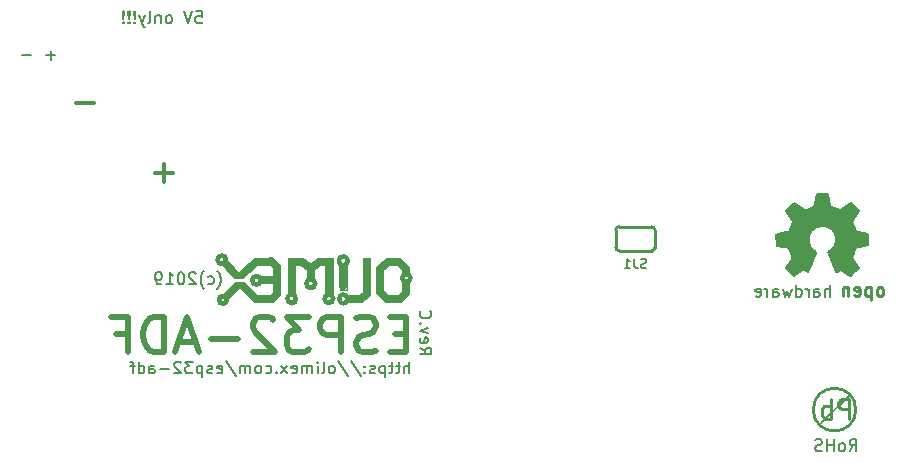
<source format=gbr>
G04 #@! TF.GenerationSoftware,KiCad,Pcbnew,6.0.0-unknown-3514473~86~ubuntu18.04.1*
G04 #@! TF.CreationDate,2019-07-31T16:13:07+03:00*
G04 #@! TF.ProjectId,ESP32-ADF_Rev_C,45535033-322d-4414-9446-5f5265765f43,rev?*
G04 #@! TF.SameCoordinates,Original*
G04 #@! TF.FileFunction,Legend,Bot*
G04 #@! TF.FilePolarity,Positive*
%FSLAX46Y46*%
G04 Gerber Fmt 4.6, Leading zero omitted, Abs format (unit mm)*
G04 Created by KiCad (PCBNEW 6.0.0-unknown-3514473~86~ubuntu18.04.1) date 2019-07-31 16:13:07*
%MOMM*%
%LPD*%
G04 APERTURE LIST*
%ADD10C,0.150000*%
%ADD11C,0.500000*%
%ADD12C,0.350000*%
%ADD13C,0.254000*%
%ADD14C,0.200000*%
%ADD15C,1.000000*%
%ADD16C,0.370000*%
%ADD17C,0.380000*%
%ADD18C,0.400000*%
%ADD19C,0.420000*%
%ADD20C,0.100000*%
%ADD21C,0.700000*%
%ADD22C,0.180000*%
G04 APERTURE END LIST*
D10*
X90063095Y-66752380D02*
X90063095Y-65752380D01*
X89634523Y-66752380D02*
X89634523Y-66228571D01*
X89682142Y-66133333D01*
X89777380Y-66085714D01*
X89920238Y-66085714D01*
X90015476Y-66133333D01*
X90063095Y-66180952D01*
X89301190Y-66085714D02*
X88920238Y-66085714D01*
X89158333Y-65752380D02*
X89158333Y-66609523D01*
X89110714Y-66704761D01*
X89015476Y-66752380D01*
X88920238Y-66752380D01*
X88729761Y-66085714D02*
X88348809Y-66085714D01*
X88586904Y-65752380D02*
X88586904Y-66609523D01*
X88539285Y-66704761D01*
X88444047Y-66752380D01*
X88348809Y-66752380D01*
X88015476Y-66085714D02*
X88015476Y-67085714D01*
X88015476Y-66133333D02*
X87920238Y-66085714D01*
X87729761Y-66085714D01*
X87634523Y-66133333D01*
X87586904Y-66180952D01*
X87539285Y-66276190D01*
X87539285Y-66561904D01*
X87586904Y-66657142D01*
X87634523Y-66704761D01*
X87729761Y-66752380D01*
X87920238Y-66752380D01*
X88015476Y-66704761D01*
X87158333Y-66704761D02*
X87063095Y-66752380D01*
X86872619Y-66752380D01*
X86777380Y-66704761D01*
X86729761Y-66609523D01*
X86729761Y-66561904D01*
X86777380Y-66466666D01*
X86872619Y-66419047D01*
X87015476Y-66419047D01*
X87110714Y-66371428D01*
X87158333Y-66276190D01*
X87158333Y-66228571D01*
X87110714Y-66133333D01*
X87015476Y-66085714D01*
X86872619Y-66085714D01*
X86777380Y-66133333D01*
X86301190Y-66657142D02*
X86253571Y-66704761D01*
X86301190Y-66752380D01*
X86348809Y-66704761D01*
X86301190Y-66657142D01*
X86301190Y-66752380D01*
X86301190Y-66133333D02*
X86253571Y-66180952D01*
X86301190Y-66228571D01*
X86348809Y-66180952D01*
X86301190Y-66133333D01*
X86301190Y-66228571D01*
X85110714Y-65704761D02*
X85967857Y-66990476D01*
X84063095Y-65704761D02*
X84920238Y-66990476D01*
X83586904Y-66752380D02*
X83682142Y-66704761D01*
X83729761Y-66657142D01*
X83777380Y-66561904D01*
X83777380Y-66276190D01*
X83729761Y-66180952D01*
X83682142Y-66133333D01*
X83586904Y-66085714D01*
X83444047Y-66085714D01*
X83348809Y-66133333D01*
X83301190Y-66180952D01*
X83253571Y-66276190D01*
X83253571Y-66561904D01*
X83301190Y-66657142D01*
X83348809Y-66704761D01*
X83444047Y-66752380D01*
X83586904Y-66752380D01*
X82682142Y-66752380D02*
X82777380Y-66704761D01*
X82825000Y-66609523D01*
X82825000Y-65752380D01*
X82301190Y-66752380D02*
X82301190Y-66085714D01*
X82301190Y-65752380D02*
X82348809Y-65800000D01*
X82301190Y-65847619D01*
X82253571Y-65800000D01*
X82301190Y-65752380D01*
X82301190Y-65847619D01*
X81825000Y-66752380D02*
X81825000Y-66085714D01*
X81825000Y-66180952D02*
X81777380Y-66133333D01*
X81682142Y-66085714D01*
X81539285Y-66085714D01*
X81444047Y-66133333D01*
X81396428Y-66228571D01*
X81396428Y-66752380D01*
X81396428Y-66228571D02*
X81348809Y-66133333D01*
X81253571Y-66085714D01*
X81110714Y-66085714D01*
X81015476Y-66133333D01*
X80967857Y-66228571D01*
X80967857Y-66752380D01*
X80110714Y-66704761D02*
X80205952Y-66752380D01*
X80396428Y-66752380D01*
X80491666Y-66704761D01*
X80539285Y-66609523D01*
X80539285Y-66228571D01*
X80491666Y-66133333D01*
X80396428Y-66085714D01*
X80205952Y-66085714D01*
X80110714Y-66133333D01*
X80063095Y-66228571D01*
X80063095Y-66323809D01*
X80539285Y-66419047D01*
X79729761Y-66752380D02*
X79205952Y-66085714D01*
X79729761Y-66085714D02*
X79205952Y-66752380D01*
X78825000Y-66657142D02*
X78777380Y-66704761D01*
X78825000Y-66752380D01*
X78872619Y-66704761D01*
X78825000Y-66657142D01*
X78825000Y-66752380D01*
X77920238Y-66704761D02*
X78015476Y-66752380D01*
X78205952Y-66752380D01*
X78301190Y-66704761D01*
X78348809Y-66657142D01*
X78396428Y-66561904D01*
X78396428Y-66276190D01*
X78348809Y-66180952D01*
X78301190Y-66133333D01*
X78205952Y-66085714D01*
X78015476Y-66085714D01*
X77920238Y-66133333D01*
X77348809Y-66752380D02*
X77444047Y-66704761D01*
X77491666Y-66657142D01*
X77539285Y-66561904D01*
X77539285Y-66276190D01*
X77491666Y-66180952D01*
X77444047Y-66133333D01*
X77348809Y-66085714D01*
X77205952Y-66085714D01*
X77110714Y-66133333D01*
X77063095Y-66180952D01*
X77015476Y-66276190D01*
X77015476Y-66561904D01*
X77063095Y-66657142D01*
X77110714Y-66704761D01*
X77205952Y-66752380D01*
X77348809Y-66752380D01*
X76586904Y-66752380D02*
X76586904Y-66085714D01*
X76586904Y-66180952D02*
X76539285Y-66133333D01*
X76444047Y-66085714D01*
X76301190Y-66085714D01*
X76205952Y-66133333D01*
X76158333Y-66228571D01*
X76158333Y-66752380D01*
X76158333Y-66228571D02*
X76110714Y-66133333D01*
X76015476Y-66085714D01*
X75872619Y-66085714D01*
X75777380Y-66133333D01*
X75729761Y-66228571D01*
X75729761Y-66752380D01*
X74539285Y-65704761D02*
X75396428Y-66990476D01*
X73825000Y-66704761D02*
X73920238Y-66752380D01*
X74110714Y-66752380D01*
X74205952Y-66704761D01*
X74253571Y-66609523D01*
X74253571Y-66228571D01*
X74205952Y-66133333D01*
X74110714Y-66085714D01*
X73920238Y-66085714D01*
X73825000Y-66133333D01*
X73777380Y-66228571D01*
X73777380Y-66323809D01*
X74253571Y-66419047D01*
X73396428Y-66704761D02*
X73301190Y-66752380D01*
X73110714Y-66752380D01*
X73015476Y-66704761D01*
X72967857Y-66609523D01*
X72967857Y-66561904D01*
X73015476Y-66466666D01*
X73110714Y-66419047D01*
X73253571Y-66419047D01*
X73348809Y-66371428D01*
X73396428Y-66276190D01*
X73396428Y-66228571D01*
X73348809Y-66133333D01*
X73253571Y-66085714D01*
X73110714Y-66085714D01*
X73015476Y-66133333D01*
X72539285Y-66085714D02*
X72539285Y-67085714D01*
X72539285Y-66133333D02*
X72444047Y-66085714D01*
X72253571Y-66085714D01*
X72158333Y-66133333D01*
X72110714Y-66180952D01*
X72063095Y-66276190D01*
X72063095Y-66561904D01*
X72110714Y-66657142D01*
X72158333Y-66704761D01*
X72253571Y-66752380D01*
X72444047Y-66752380D01*
X72539285Y-66704761D01*
X71729761Y-65752380D02*
X71110714Y-65752380D01*
X71444047Y-66133333D01*
X71301190Y-66133333D01*
X71205952Y-66180952D01*
X71158333Y-66228571D01*
X71110714Y-66323809D01*
X71110714Y-66561904D01*
X71158333Y-66657142D01*
X71205952Y-66704761D01*
X71301190Y-66752380D01*
X71586904Y-66752380D01*
X71682142Y-66704761D01*
X71729761Y-66657142D01*
X70729761Y-65847619D02*
X70682142Y-65800000D01*
X70586904Y-65752380D01*
X70348809Y-65752380D01*
X70253571Y-65800000D01*
X70205952Y-65847619D01*
X70158333Y-65942857D01*
X70158333Y-66038095D01*
X70205952Y-66180952D01*
X70777380Y-66752380D01*
X70158333Y-66752380D01*
X69729761Y-66371428D02*
X68967857Y-66371428D01*
X68063095Y-66752380D02*
X68063095Y-66228571D01*
X68110714Y-66133333D01*
X68205952Y-66085714D01*
X68396428Y-66085714D01*
X68491666Y-66133333D01*
X68063095Y-66704761D02*
X68158333Y-66752380D01*
X68396428Y-66752380D01*
X68491666Y-66704761D01*
X68539285Y-66609523D01*
X68539285Y-66514285D01*
X68491666Y-66419047D01*
X68396428Y-66371428D01*
X68158333Y-66371428D01*
X68063095Y-66323809D01*
X67158333Y-66752380D02*
X67158333Y-65752380D01*
X67158333Y-66704761D02*
X67253571Y-66752380D01*
X67444047Y-66752380D01*
X67539285Y-66704761D01*
X67586904Y-66657142D01*
X67634523Y-66561904D01*
X67634523Y-66276190D01*
X67586904Y-66180952D01*
X67539285Y-66133333D01*
X67444047Y-66085714D01*
X67253571Y-66085714D01*
X67158333Y-66133333D01*
X66825000Y-66085714D02*
X66444047Y-66085714D01*
X66682142Y-66752380D02*
X66682142Y-65895238D01*
X66634523Y-65800000D01*
X66539285Y-65752380D01*
X66444047Y-65752380D01*
X73826190Y-59583333D02*
X73873809Y-59535714D01*
X73969047Y-59392857D01*
X74016666Y-59297619D01*
X74064285Y-59154761D01*
X74111904Y-58916666D01*
X74111904Y-58726190D01*
X74064285Y-58488095D01*
X74016666Y-58345238D01*
X73969047Y-58250000D01*
X73873809Y-58107142D01*
X73826190Y-58059523D01*
X73016666Y-59154761D02*
X73111904Y-59202380D01*
X73302380Y-59202380D01*
X73397619Y-59154761D01*
X73445238Y-59107142D01*
X73492857Y-59011904D01*
X73492857Y-58726190D01*
X73445238Y-58630952D01*
X73397619Y-58583333D01*
X73302380Y-58535714D01*
X73111904Y-58535714D01*
X73016666Y-58583333D01*
X72683333Y-59583333D02*
X72635714Y-59535714D01*
X72540476Y-59392857D01*
X72492857Y-59297619D01*
X72445238Y-59154761D01*
X72397619Y-58916666D01*
X72397619Y-58726190D01*
X72445238Y-58488095D01*
X72492857Y-58345238D01*
X72540476Y-58250000D01*
X72635714Y-58107142D01*
X72683333Y-58059523D01*
X71969047Y-58297619D02*
X71921428Y-58250000D01*
X71826190Y-58202380D01*
X71588095Y-58202380D01*
X71492857Y-58250000D01*
X71445238Y-58297619D01*
X71397619Y-58392857D01*
X71397619Y-58488095D01*
X71445238Y-58630952D01*
X72016666Y-59202380D01*
X71397619Y-59202380D01*
X70778571Y-58202380D02*
X70683333Y-58202380D01*
X70588095Y-58250000D01*
X70540476Y-58297619D01*
X70492857Y-58392857D01*
X70445238Y-58583333D01*
X70445238Y-58821428D01*
X70492857Y-59011904D01*
X70540476Y-59107142D01*
X70588095Y-59154761D01*
X70683333Y-59202380D01*
X70778571Y-59202380D01*
X70873809Y-59154761D01*
X70921428Y-59107142D01*
X70969047Y-59011904D01*
X71016666Y-58821428D01*
X71016666Y-58583333D01*
X70969047Y-58392857D01*
X70921428Y-58297619D01*
X70873809Y-58250000D01*
X70778571Y-58202380D01*
X69492857Y-59202380D02*
X70064285Y-59202380D01*
X69778571Y-59202380D02*
X69778571Y-58202380D01*
X69873809Y-58345238D01*
X69969047Y-58440476D01*
X70064285Y-58488095D01*
X69016666Y-59202380D02*
X68826190Y-59202380D01*
X68730952Y-59154761D01*
X68683333Y-59107142D01*
X68588095Y-58964285D01*
X68540476Y-58773809D01*
X68540476Y-58392857D01*
X68588095Y-58297619D01*
X68635714Y-58250000D01*
X68730952Y-58202380D01*
X68921428Y-58202380D01*
X69016666Y-58250000D01*
X69064285Y-58297619D01*
X69111904Y-58392857D01*
X69111904Y-58630952D01*
X69064285Y-58726190D01*
X69016666Y-58773809D01*
X68921428Y-58821428D01*
X68730952Y-58821428D01*
X68635714Y-58773809D01*
X68588095Y-58726190D01*
X68540476Y-58630952D01*
D11*
X89832142Y-63385714D02*
X88832142Y-63385714D01*
X88403571Y-64957142D02*
X89832142Y-64957142D01*
X89832142Y-61957142D01*
X88403571Y-61957142D01*
X87260714Y-64814285D02*
X86832142Y-64957142D01*
X86117857Y-64957142D01*
X85832142Y-64814285D01*
X85689285Y-64671428D01*
X85546428Y-64385714D01*
X85546428Y-64100000D01*
X85689285Y-63814285D01*
X85832142Y-63671428D01*
X86117857Y-63528571D01*
X86689285Y-63385714D01*
X86975000Y-63242857D01*
X87117857Y-63100000D01*
X87260714Y-62814285D01*
X87260714Y-62528571D01*
X87117857Y-62242857D01*
X86975000Y-62100000D01*
X86689285Y-61957142D01*
X85975000Y-61957142D01*
X85546428Y-62100000D01*
X84260714Y-64957142D02*
X84260714Y-61957142D01*
X83117857Y-61957142D01*
X82832142Y-62100000D01*
X82689285Y-62242857D01*
X82546428Y-62528571D01*
X82546428Y-62957142D01*
X82689285Y-63242857D01*
X82832142Y-63385714D01*
X83117857Y-63528571D01*
X84260714Y-63528571D01*
X81546428Y-61957142D02*
X79689285Y-61957142D01*
X80689285Y-63100000D01*
X80260714Y-63100000D01*
X79975000Y-63242857D01*
X79832142Y-63385714D01*
X79689285Y-63671428D01*
X79689285Y-64385714D01*
X79832142Y-64671428D01*
X79975000Y-64814285D01*
X80260714Y-64957142D01*
X81117857Y-64957142D01*
X81403571Y-64814285D01*
X81546428Y-64671428D01*
X78546428Y-62242857D02*
X78403571Y-62100000D01*
X78117857Y-61957142D01*
X77403571Y-61957142D01*
X77117857Y-62100000D01*
X76975000Y-62242857D01*
X76832142Y-62528571D01*
X76832142Y-62814285D01*
X76975000Y-63242857D01*
X78689285Y-64957142D01*
X76832142Y-64957142D01*
X75546428Y-63814285D02*
X73260714Y-63814285D01*
X71975000Y-64100000D02*
X70546428Y-64100000D01*
X72260714Y-64957142D02*
X71260714Y-61957142D01*
X70260714Y-64957142D01*
X69260714Y-64957142D02*
X69260714Y-61957142D01*
X68546428Y-61957142D01*
X68117857Y-62100000D01*
X67832142Y-62385714D01*
X67689285Y-62671428D01*
X67546428Y-63242857D01*
X67546428Y-63671428D01*
X67689285Y-64242857D01*
X67832142Y-64528571D01*
X68117857Y-64814285D01*
X68546428Y-64957142D01*
X69260714Y-64957142D01*
X65260714Y-63385714D02*
X66260714Y-63385714D01*
X66260714Y-64957142D02*
X66260714Y-61957142D01*
X64832142Y-61957142D01*
D10*
X60080952Y-39796428D02*
X59319047Y-39796428D01*
X59700000Y-40177380D02*
X59700000Y-39415476D01*
X58080952Y-39796428D02*
X57319047Y-39796428D01*
X72008333Y-36102380D02*
X72484523Y-36102380D01*
X72532142Y-36578571D01*
X72484523Y-36530952D01*
X72389285Y-36483333D01*
X72151190Y-36483333D01*
X72055952Y-36530952D01*
X72008333Y-36578571D01*
X71960714Y-36673809D01*
X71960714Y-36911904D01*
X72008333Y-37007142D01*
X72055952Y-37054761D01*
X72151190Y-37102380D01*
X72389285Y-37102380D01*
X72484523Y-37054761D01*
X72532142Y-37007142D01*
X71675000Y-36102380D02*
X71341666Y-37102380D01*
X71008333Y-36102380D01*
X69770238Y-37102380D02*
X69865476Y-37054761D01*
X69913095Y-37007142D01*
X69960714Y-36911904D01*
X69960714Y-36626190D01*
X69913095Y-36530952D01*
X69865476Y-36483333D01*
X69770238Y-36435714D01*
X69627380Y-36435714D01*
X69532142Y-36483333D01*
X69484523Y-36530952D01*
X69436904Y-36626190D01*
X69436904Y-36911904D01*
X69484523Y-37007142D01*
X69532142Y-37054761D01*
X69627380Y-37102380D01*
X69770238Y-37102380D01*
X69008333Y-36435714D02*
X69008333Y-37102380D01*
X69008333Y-36530952D02*
X68960714Y-36483333D01*
X68865476Y-36435714D01*
X68722619Y-36435714D01*
X68627380Y-36483333D01*
X68579761Y-36578571D01*
X68579761Y-37102380D01*
X67960714Y-37102380D02*
X68055952Y-37054761D01*
X68103571Y-36959523D01*
X68103571Y-36102380D01*
X67675000Y-36435714D02*
X67436904Y-37102380D01*
X67198809Y-36435714D02*
X67436904Y-37102380D01*
X67532142Y-37340476D01*
X67579761Y-37388095D01*
X67675000Y-37435714D01*
X66817857Y-37007142D02*
X66770238Y-37054761D01*
X66817857Y-37102380D01*
X66865476Y-37054761D01*
X66817857Y-37007142D01*
X66817857Y-37102380D01*
X66817857Y-36721428D02*
X66865476Y-36150000D01*
X66817857Y-36102380D01*
X66770238Y-36150000D01*
X66817857Y-36721428D01*
X66817857Y-36102380D01*
X66341666Y-37007142D02*
X66294047Y-37054761D01*
X66341666Y-37102380D01*
X66389285Y-37054761D01*
X66341666Y-37007142D01*
X66341666Y-37102380D01*
X66341666Y-36721428D02*
X66389285Y-36150000D01*
X66341666Y-36102380D01*
X66294047Y-36150000D01*
X66341666Y-36721428D01*
X66341666Y-36102380D01*
X65865476Y-37007142D02*
X65817857Y-37054761D01*
X65865476Y-37102380D01*
X65913095Y-37054761D01*
X65865476Y-37007142D01*
X65865476Y-37102380D01*
X65865476Y-36721428D02*
X65913095Y-36150000D01*
X65865476Y-36102380D01*
X65817857Y-36150000D01*
X65865476Y-36721428D01*
X65865476Y-36102380D01*
D12*
X63411904Y-43842857D02*
X61888095Y-43842857D01*
X70036904Y-49792857D02*
X68513095Y-49792857D01*
X69275000Y-50554761D02*
X69275000Y-49030952D01*
D10*
X127342857Y-73327380D02*
X127676190Y-72851190D01*
X127914285Y-73327380D02*
X127914285Y-72327380D01*
X127533333Y-72327380D01*
X127438095Y-72375000D01*
X127390476Y-72422619D01*
X127342857Y-72517857D01*
X127342857Y-72660714D01*
X127390476Y-72755952D01*
X127438095Y-72803571D01*
X127533333Y-72851190D01*
X127914285Y-72851190D01*
X126771428Y-73327380D02*
X126866666Y-73279761D01*
X126914285Y-73232142D01*
X126961904Y-73136904D01*
X126961904Y-72851190D01*
X126914285Y-72755952D01*
X126866666Y-72708333D01*
X126771428Y-72660714D01*
X126628571Y-72660714D01*
X126533333Y-72708333D01*
X126485714Y-72755952D01*
X126438095Y-72851190D01*
X126438095Y-73136904D01*
X126485714Y-73232142D01*
X126533333Y-73279761D01*
X126628571Y-73327380D01*
X126771428Y-73327380D01*
X126009523Y-73327380D02*
X126009523Y-72327380D01*
X126009523Y-72803571D02*
X125438095Y-72803571D01*
X125438095Y-73327380D02*
X125438095Y-72327380D01*
X125009523Y-73279761D02*
X124866666Y-73327380D01*
X124628571Y-73327380D01*
X124533333Y-73279761D01*
X124485714Y-73232142D01*
X124438095Y-73136904D01*
X124438095Y-73041666D01*
X124485714Y-72946428D01*
X124533333Y-72898809D01*
X124628571Y-72851190D01*
X124819047Y-72803571D01*
X124914285Y-72755952D01*
X124961904Y-72708333D01*
X125009523Y-72613095D01*
X125009523Y-72517857D01*
X124961904Y-72422619D01*
X124914285Y-72375000D01*
X124819047Y-72327380D01*
X124580952Y-72327380D01*
X124438095Y-72375000D01*
X90947619Y-64563095D02*
X91423809Y-64896428D01*
X90947619Y-65134523D02*
X91947619Y-65134523D01*
X91947619Y-64753571D01*
X91900000Y-64658333D01*
X91852380Y-64610714D01*
X91757142Y-64563095D01*
X91614285Y-64563095D01*
X91519047Y-64610714D01*
X91471428Y-64658333D01*
X91423809Y-64753571D01*
X91423809Y-65134523D01*
X90995238Y-63753571D02*
X90947619Y-63848809D01*
X90947619Y-64039285D01*
X90995238Y-64134523D01*
X91090476Y-64182142D01*
X91471428Y-64182142D01*
X91566666Y-64134523D01*
X91614285Y-64039285D01*
X91614285Y-63848809D01*
X91566666Y-63753571D01*
X91471428Y-63705952D01*
X91376190Y-63705952D01*
X91280952Y-64182142D01*
X91614285Y-63372619D02*
X90947619Y-63134523D01*
X91614285Y-62896428D01*
X91042857Y-62515476D02*
X90995238Y-62467857D01*
X90947619Y-62515476D01*
X90995238Y-62563095D01*
X91042857Y-62515476D01*
X90947619Y-62515476D01*
X91042857Y-61467857D02*
X90995238Y-61515476D01*
X90947619Y-61658333D01*
X90947619Y-61753571D01*
X90995238Y-61896428D01*
X91090476Y-61991666D01*
X91185714Y-62039285D01*
X91376190Y-62086904D01*
X91519047Y-62086904D01*
X91709523Y-62039285D01*
X91804761Y-61991666D01*
X91900000Y-61896428D01*
X91947619Y-61753571D01*
X91947619Y-61658333D01*
X91900000Y-61515476D01*
X91852380Y-61467857D01*
D13*
X110597000Y-54334000D02*
X107803000Y-54334000D01*
X110851000Y-54588000D02*
X110851000Y-56112000D01*
X107549000Y-54588000D02*
X107549000Y-56112000D01*
X107803000Y-56366000D02*
X110597000Y-56366000D01*
X110851000Y-56112000D02*
G75*
G02X110597000Y-56366000I-254000J0D01*
G01*
X107803000Y-56366000D02*
G75*
G02X107549000Y-56112000I0J254000D01*
G01*
X107549000Y-54588000D02*
G75*
G02X107803000Y-54334000I254000J0D01*
G01*
X110597000Y-54334000D02*
G75*
G02X110851000Y-54588000I0J-254000D01*
G01*
D14*
X124911020Y-70978280D02*
X127344340Y-68557660D01*
D13*
X127874037Y-69814960D02*
G75*
G03X127874037Y-69814960I-1802237J0D01*
G01*
D15*
X123886680Y-56591800D02*
X123553940Y-57323320D01*
X123886680Y-56683240D02*
X122705580Y-57696700D01*
X123772380Y-56546080D02*
X123155160Y-56873740D01*
X123452340Y-56126980D02*
X122842740Y-56233660D01*
X122616680Y-54968740D02*
X123338040Y-55116060D01*
X122857980Y-54275320D02*
X123513300Y-54641080D01*
X123726660Y-53406640D02*
X124145760Y-53993380D01*
X124313400Y-53155180D02*
X124534380Y-53840980D01*
X125578320Y-53139940D02*
X125410680Y-53749540D01*
X126012660Y-53399020D02*
X125837400Y-53757160D01*
X127010880Y-54176260D02*
X126553680Y-54465820D01*
X127186140Y-54656320D02*
X126744180Y-54816340D01*
X127511260Y-55900920D02*
X126805140Y-55773920D01*
X127262340Y-56546080D02*
X126698460Y-56066020D01*
X126596860Y-57445240D02*
X126231100Y-56683240D01*
X121806420Y-55392920D02*
X123274540Y-55479280D01*
X122797020Y-53208520D02*
X123909540Y-54275320D01*
X125062700Y-52151880D02*
X125057620Y-53665720D01*
X127323300Y-53127240D02*
X126261580Y-54234680D01*
X128308820Y-55413240D02*
X126891500Y-55352280D01*
X127272500Y-57617960D02*
X126419060Y-56596880D01*
D10*
X126256500Y-56187940D02*
X125949160Y-56454640D01*
X126586700Y-53274560D02*
X125603720Y-52781800D01*
X124407380Y-56779760D02*
X124529300Y-56495280D01*
X124270220Y-56325100D02*
X124524220Y-56490200D01*
X125771360Y-56322560D02*
X125545300Y-56497820D01*
X126139660Y-56208260D02*
X125880580Y-56546080D01*
X126363180Y-55987280D02*
X126269200Y-56157460D01*
X126363180Y-55987280D02*
X126269200Y-56157460D01*
X126500340Y-55133840D02*
X126368260Y-55956800D01*
X126076160Y-54397240D02*
X126495260Y-55128760D01*
X125204940Y-53967980D02*
X126076160Y-54397240D01*
X124389600Y-54135620D02*
X125204940Y-53975600D01*
X123879060Y-54564880D02*
X124389600Y-54135620D01*
X123645380Y-55237980D02*
X123879060Y-54564880D01*
X123650460Y-55743440D02*
X123650460Y-55225280D01*
X124026380Y-56454640D02*
X123650460Y-55743440D01*
X124204180Y-56576560D02*
X124026380Y-56454640D01*
X127475700Y-52555740D02*
X126591780Y-53277100D01*
X127231860Y-53909560D02*
X127833840Y-53000240D01*
X127236940Y-53904480D02*
X127623020Y-54902700D01*
X128766020Y-55171940D02*
X127650960Y-54925560D01*
X128623780Y-55116060D02*
X128623780Y-55766300D01*
X124247360Y-56518140D02*
X123719040Y-57899900D01*
X123856200Y-58197080D02*
X124242280Y-57216640D01*
X123327880Y-57869420D02*
X123856200Y-58197080D01*
X122644620Y-58202160D02*
X123465040Y-57673840D01*
X123508220Y-57897360D02*
X122631920Y-58517120D01*
X122621760Y-58512040D02*
X121938500Y-57821160D01*
X122225520Y-57737340D02*
X122710660Y-58268200D01*
X122192500Y-56101580D02*
X122573500Y-57082020D01*
X122296640Y-56134600D02*
X121173960Y-55923780D01*
X121158720Y-54945880D02*
X121161260Y-55903460D01*
X121242540Y-55687560D02*
X122349980Y-55911080D01*
X122545560Y-53917180D02*
X122179800Y-54785860D01*
X121930880Y-53035800D02*
X122634460Y-54026400D01*
X122629380Y-52337300D02*
X121935960Y-53028180D01*
X123645380Y-53012940D02*
X122634460Y-52339840D01*
X124331180Y-52626860D02*
X123526000Y-52964680D01*
X124547080Y-51537200D02*
X124321020Y-52708140D01*
X125512280Y-51537200D02*
X124547080Y-51537200D01*
X125522440Y-51544820D02*
X125723100Y-52570980D01*
X126510500Y-52939280D02*
X125606260Y-52560820D01*
X127445220Y-52291580D02*
X126474940Y-53007860D01*
X128131020Y-53007860D02*
X127457920Y-52294120D01*
X128110700Y-53043420D02*
X127516340Y-53896860D01*
X127849080Y-54727440D02*
X127513800Y-53894320D01*
X128918420Y-54925560D02*
X127747480Y-54722360D01*
X128915880Y-54928100D02*
X128915880Y-55913620D01*
X128915880Y-55921240D02*
X127844000Y-56116820D01*
X128153880Y-57828780D02*
X127556980Y-56965180D01*
X127424900Y-58524740D02*
X128146260Y-57831320D01*
X126591780Y-57953240D02*
X127417280Y-58517120D01*
X126579080Y-57963400D02*
X126233640Y-58184380D01*
X126195540Y-58166600D02*
X125545300Y-56497820D01*
D16*
X122629380Y-58357100D02*
X122075660Y-57811000D01*
X122695420Y-56916920D02*
X122075660Y-57803380D01*
X125951700Y-54519160D02*
G75*
G02X125875500Y-56373360I-965200J-889000D01*
G01*
X124000980Y-54691880D02*
G75*
G02X125926300Y-54493760I1061720J-863600D01*
G01*
X124381980Y-56541000D02*
G75*
G02X124011140Y-54676640I746760J1117600D01*
G01*
X123818100Y-57983720D02*
X124392140Y-56543540D01*
X123480280Y-57798300D02*
X123818100Y-57983720D01*
X122644620Y-58364720D02*
X123480280Y-57798300D01*
X122289020Y-56005060D02*
X122695420Y-56916920D01*
X121275560Y-55834880D02*
X122289020Y-56005060D01*
X121275560Y-54999220D02*
X121275560Y-55834880D01*
X122357600Y-54770620D02*
X121275560Y-54999220D01*
X122697960Y-53833360D02*
X122357600Y-54770620D01*
X122080740Y-53043420D02*
X122697960Y-53833360D01*
X122634460Y-52494780D02*
X122080740Y-53040880D01*
X123538700Y-53127240D02*
X122634460Y-52492800D01*
X124453100Y-52682740D02*
X123551400Y-53132320D01*
X124666460Y-51664200D02*
X124453100Y-52682740D01*
X125433540Y-51643880D02*
X124648680Y-51643880D01*
X125425920Y-51656580D02*
X125631660Y-52670040D01*
X126530820Y-53096760D02*
X125685000Y-52690360D01*
X127419820Y-52454140D02*
X126591780Y-53106920D01*
D17*
X127968460Y-53012940D02*
X127468080Y-52479540D01*
D16*
X127958300Y-53035800D02*
X127402040Y-53886700D01*
X127729700Y-54803640D02*
X127381720Y-53937500D01*
X128778720Y-55019540D02*
X127760180Y-54839200D01*
D17*
X128766020Y-55032240D02*
X128771100Y-55819640D01*
D16*
X128776180Y-55809480D02*
X127826220Y-56027920D01*
X127798280Y-56050780D02*
X127440140Y-56934700D01*
X127973540Y-57811000D02*
X127440140Y-56977880D01*
D17*
X127988780Y-57811000D02*
X127424900Y-58349480D01*
D18*
X127412200Y-58349480D02*
X126632420Y-57818620D01*
D16*
X126622260Y-57800840D02*
X126304760Y-58006580D01*
D19*
X126276820Y-57986260D02*
X125725640Y-56563860D01*
D20*
X78408700Y-56971200D02*
X77037100Y-56971200D01*
X77037100Y-56971200D02*
X76986300Y-56971200D01*
X76986300Y-56971200D02*
X75729000Y-58215800D01*
X79932700Y-57085500D02*
X79831100Y-57085500D01*
X79780300Y-57022000D02*
X79780300Y-57009300D01*
X79780300Y-57009300D02*
X81075700Y-57009300D01*
X81075700Y-57009300D02*
X81101100Y-57009300D01*
X81101100Y-57009300D02*
X81723400Y-57504600D01*
X79780300Y-60031900D02*
X79780300Y-57022000D01*
X83437900Y-57072800D02*
X83514100Y-57072800D01*
X83590300Y-57009300D02*
X82345700Y-57009300D01*
X82345700Y-57009300D02*
X81761500Y-57491900D01*
X83590300Y-60006500D02*
X83590300Y-57022000D01*
X84326900Y-59600100D02*
X84238000Y-59600100D01*
X84669800Y-59600100D02*
X84733300Y-59600100D01*
X84809500Y-59663600D02*
X84199900Y-59663600D01*
X84199900Y-59663600D02*
X84174500Y-59663600D01*
X84174500Y-59663600D02*
X84174500Y-57644300D01*
X84809500Y-57644300D02*
X84809500Y-59663600D01*
X86308100Y-57034700D02*
X86193800Y-57034700D01*
X86435100Y-56958500D02*
X86130300Y-56958500D01*
X86130300Y-56958500D02*
X86130300Y-59993800D01*
X86612900Y-57047400D02*
X86676400Y-57034700D01*
X86727200Y-56958500D02*
X86739900Y-56958500D01*
X86739900Y-56958500D02*
X86752600Y-56958500D01*
X86752600Y-56958500D02*
X86752600Y-60108100D01*
X86447800Y-56958500D02*
X86727200Y-56958500D01*
D21*
X86447800Y-60031900D02*
X86447800Y-57301400D01*
X80110500Y-57314100D02*
X80110500Y-59917600D01*
X88225800Y-57301400D02*
X89229100Y-57301400D01*
X87603500Y-57911000D02*
X87603500Y-59841400D01*
X89826000Y-57949100D02*
X89826000Y-58190400D01*
X89826000Y-59917600D02*
X89241800Y-60489100D01*
X89813300Y-59930300D02*
X89813300Y-59168300D01*
X89254500Y-60489100D02*
X88213100Y-60489100D01*
D18*
X77485659Y-58876200D02*
G75*
G03X77485659Y-58876200I-359659J0D01*
G01*
D21*
X77634000Y-58876200D02*
X78853200Y-58876200D01*
D18*
X74551735Y-57136300D02*
G75*
G03X74551735Y-57136300I-359435J0D01*
G01*
D21*
X74560600Y-57491900D02*
X75424200Y-58385600D01*
D11*
X75983000Y-58482500D02*
X75424200Y-58482500D01*
D21*
X77100600Y-57301400D02*
X76008400Y-58368200D01*
X78322500Y-57301400D02*
X77100600Y-57301400D01*
X78853200Y-57784000D02*
X78370600Y-57276000D01*
X78853200Y-57809400D02*
X78853200Y-60044600D01*
X78853200Y-60044600D02*
X78421400Y-60476400D01*
X78421400Y-60476400D02*
X77100600Y-60476400D01*
X77100600Y-60476400D02*
X75957600Y-59358800D01*
D11*
X75957600Y-59257200D02*
X75424200Y-59257200D01*
D21*
X74611400Y-60171600D02*
X75449600Y-59358800D01*
D18*
X74610666Y-60527200D02*
G75*
G03X74610666Y-60527200I-329466J0D01*
G01*
X80473729Y-60438300D02*
G75*
G03X80473729Y-60438300I-363229J0D01*
G01*
D21*
X81012200Y-57326800D02*
X80123200Y-57326800D01*
D18*
X82094318Y-59155600D02*
G75*
G03X82094318Y-59155600I-370918J0D01*
G01*
D21*
X81647200Y-57834800D02*
X81012200Y-57326800D01*
X81723400Y-58622200D02*
X81723400Y-57911000D01*
X82434600Y-57326800D02*
X81825000Y-57834800D01*
X83272800Y-57326800D02*
X82434600Y-57326800D01*
X83272800Y-59917600D02*
X83272800Y-57326800D01*
D18*
X83619759Y-60425600D02*
G75*
G03X83619759Y-60425600I-359659J0D01*
G01*
X84852818Y-57225200D02*
G75*
G03X84852818Y-57225200I-373518J0D01*
G01*
D21*
X84492000Y-57758600D02*
X84492000Y-59358800D01*
D18*
X84858324Y-60451000D02*
G75*
G03X84858324Y-60451000I-366324J0D01*
G01*
D21*
X85004800Y-60476400D02*
X85990600Y-60476400D01*
X85990600Y-60476400D02*
X86447800Y-60019200D01*
X87616200Y-59879500D02*
X88175000Y-60463700D01*
X88225800Y-57314100D02*
X87590800Y-57923700D01*
X89826000Y-57898300D02*
X89318000Y-57390300D01*
D18*
X90150747Y-58673000D02*
G75*
G03X90150747Y-58673000I-337447J0D01*
G01*
D14*
X110139685Y-57807409D02*
X110025400Y-57845504D01*
X109834923Y-57845504D01*
X109758733Y-57807409D01*
X109720638Y-57769314D01*
X109682542Y-57693123D01*
X109682542Y-57616933D01*
X109720638Y-57540742D01*
X109758733Y-57502647D01*
X109834923Y-57464552D01*
X109987304Y-57426457D01*
X110063495Y-57388361D01*
X110101590Y-57350266D01*
X110139685Y-57274076D01*
X110139685Y-57197885D01*
X110101590Y-57121695D01*
X110063495Y-57083600D01*
X109987304Y-57045504D01*
X109796828Y-57045504D01*
X109682542Y-57083600D01*
X109111114Y-57045504D02*
X109111114Y-57616933D01*
X109149209Y-57731219D01*
X109225400Y-57807409D01*
X109339685Y-57845504D01*
X109415876Y-57845504D01*
X108311114Y-57845504D02*
X108768257Y-57845504D01*
X108539685Y-57845504D02*
X108539685Y-57045504D01*
X108615876Y-57159790D01*
X108692066Y-57235980D01*
X108768257Y-57274076D01*
D13*
X127260068Y-70604327D02*
X127260068Y-68904327D01*
X126688640Y-68904327D01*
X126545782Y-68985280D01*
X126474354Y-69066232D01*
X126402925Y-69228137D01*
X126402925Y-69470994D01*
X126474354Y-69632899D01*
X126545782Y-69713851D01*
X126688640Y-69794803D01*
X127260068Y-69794803D01*
X125760068Y-70604327D02*
X125760068Y-68904327D01*
X125760068Y-69551946D02*
X125617211Y-69470994D01*
X125331497Y-69470994D01*
X125188640Y-69551946D01*
X125117211Y-69632899D01*
X125045782Y-69794803D01*
X125045782Y-70280518D01*
X125117211Y-70442422D01*
X125188640Y-70523375D01*
X125331497Y-70604327D01*
X125617211Y-70604327D01*
X125760068Y-70523375D01*
D22*
X125680797Y-60244580D02*
X125680797Y-59244580D01*
X125252225Y-60244580D02*
X125252225Y-59720771D01*
X125299844Y-59625533D01*
X125395082Y-59577914D01*
X125537940Y-59577914D01*
X125633178Y-59625533D01*
X125680797Y-59673152D01*
X124347463Y-60244580D02*
X124347463Y-59720771D01*
X124395082Y-59625533D01*
X124490320Y-59577914D01*
X124680797Y-59577914D01*
X124776035Y-59625533D01*
X124347463Y-60196961D02*
X124442701Y-60244580D01*
X124680797Y-60244580D01*
X124776035Y-60196961D01*
X124823654Y-60101723D01*
X124823654Y-60006485D01*
X124776035Y-59911247D01*
X124680797Y-59863628D01*
X124442701Y-59863628D01*
X124347463Y-59816009D01*
X123871273Y-60244580D02*
X123871273Y-59577914D01*
X123871273Y-59768390D02*
X123823654Y-59673152D01*
X123776035Y-59625533D01*
X123680797Y-59577914D01*
X123585559Y-59577914D01*
X122823654Y-60244580D02*
X122823654Y-59244580D01*
X122823654Y-60196961D02*
X122918892Y-60244580D01*
X123109368Y-60244580D01*
X123204606Y-60196961D01*
X123252225Y-60149342D01*
X123299844Y-60054104D01*
X123299844Y-59768390D01*
X123252225Y-59673152D01*
X123204606Y-59625533D01*
X123109368Y-59577914D01*
X122918892Y-59577914D01*
X122823654Y-59625533D01*
X122442701Y-59577914D02*
X122252225Y-60244580D01*
X122061749Y-59768390D01*
X121871273Y-60244580D01*
X121680797Y-59577914D01*
X120871273Y-60244580D02*
X120871273Y-59720771D01*
X120918892Y-59625533D01*
X121014130Y-59577914D01*
X121204606Y-59577914D01*
X121299844Y-59625533D01*
X120871273Y-60196961D02*
X120966511Y-60244580D01*
X121204606Y-60244580D01*
X121299844Y-60196961D01*
X121347463Y-60101723D01*
X121347463Y-60006485D01*
X121299844Y-59911247D01*
X121204606Y-59863628D01*
X120966511Y-59863628D01*
X120871273Y-59816009D01*
X120395082Y-60244580D02*
X120395082Y-59577914D01*
X120395082Y-59768390D02*
X120347463Y-59673152D01*
X120299844Y-59625533D01*
X120204606Y-59577914D01*
X120109368Y-59577914D01*
X119395082Y-60196961D02*
X119490320Y-60244580D01*
X119680797Y-60244580D01*
X119776035Y-60196961D01*
X119823654Y-60101723D01*
X119823654Y-59720771D01*
X119776035Y-59625533D01*
X119680797Y-59577914D01*
X119490320Y-59577914D01*
X119395082Y-59625533D01*
X119347463Y-59720771D01*
X119347463Y-59816009D01*
X119823654Y-59911247D01*
D13*
X129996298Y-60198379D02*
X130101060Y-60145998D01*
X130153440Y-60093617D01*
X130205821Y-59988855D01*
X130205821Y-59674569D01*
X130153440Y-59569807D01*
X130101060Y-59517426D01*
X129996298Y-59465045D01*
X129839155Y-59465045D01*
X129734393Y-59517426D01*
X129682012Y-59569807D01*
X129629631Y-59674569D01*
X129629631Y-59988855D01*
X129682012Y-60093617D01*
X129734393Y-60145998D01*
X129839155Y-60198379D01*
X129996298Y-60198379D01*
X129158202Y-59465045D02*
X129158202Y-60565045D01*
X129158202Y-59517426D02*
X129053440Y-59465045D01*
X128843917Y-59465045D01*
X128739155Y-59517426D01*
X128686774Y-59569807D01*
X128634393Y-59674569D01*
X128634393Y-59988855D01*
X128686774Y-60093617D01*
X128739155Y-60145998D01*
X128843917Y-60198379D01*
X129053440Y-60198379D01*
X129158202Y-60145998D01*
X127743917Y-60145998D02*
X127848679Y-60198379D01*
X128058202Y-60198379D01*
X128162964Y-60145998D01*
X128215345Y-60041236D01*
X128215345Y-59622188D01*
X128162964Y-59517426D01*
X128058202Y-59465045D01*
X127848679Y-59465045D01*
X127743917Y-59517426D01*
X127691536Y-59622188D01*
X127691536Y-59726950D01*
X128215345Y-59831712D01*
X127220107Y-59465045D02*
X127220107Y-60198379D01*
X127220107Y-59569807D02*
X127167726Y-59517426D01*
X127062964Y-59465045D01*
X126905821Y-59465045D01*
X126801060Y-59517426D01*
X126748679Y-59622188D01*
X126748679Y-60198379D01*
M02*

</source>
